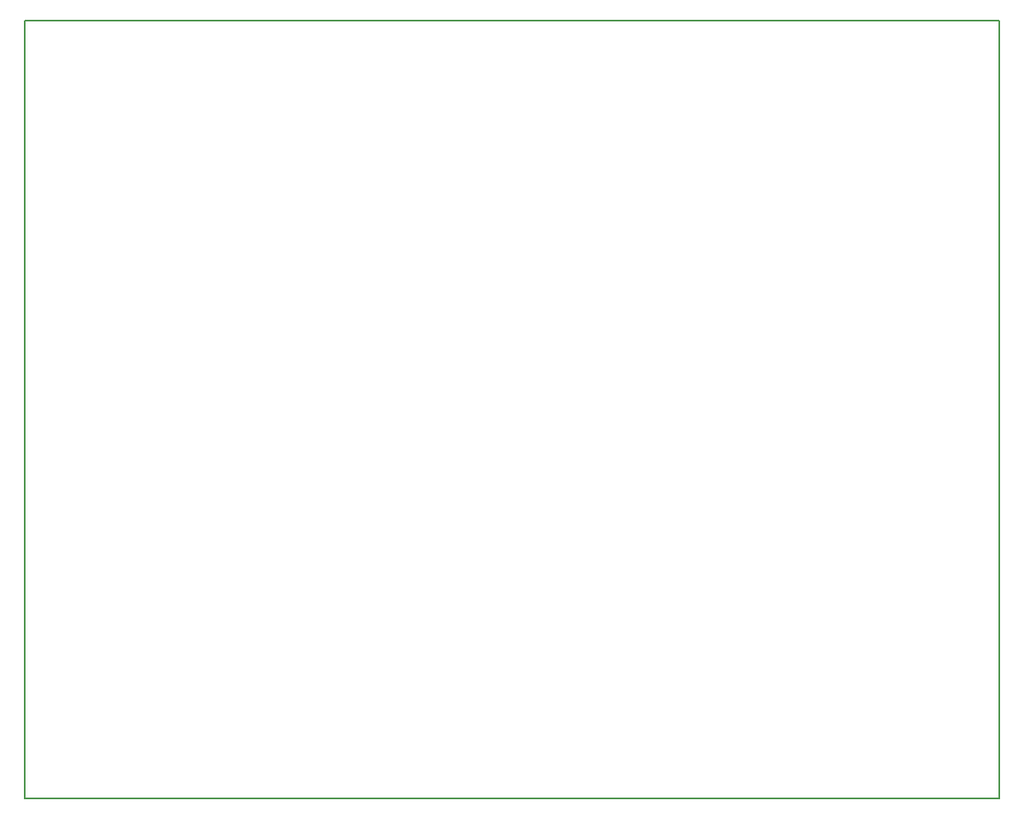
<source format=gko>
G04 #@! TF.GenerationSoftware,KiCad,Pcbnew,(2017-11-24 revision a01d81e)-master*
G04 #@! TF.CreationDate,2017-12-03T16:31:32+01:00*
G04 #@! TF.ProjectId,PWRCTRLBRD,5057524354524C4252442E6B69636164,rev?*
G04 #@! TF.SameCoordinates,Original*
G04 #@! TF.FileFunction,Profile,NP*
%FSLAX46Y46*%
G04 Gerber Fmt 4.6, Leading zero omitted, Abs format (unit mm)*
G04 Created by KiCad (PCBNEW (2017-11-24 revision a01d81e)-master) date Sunday '03en' 03. December 2017 'kl'. 16.31.32*
%MOMM*%
%LPD*%
G01*
G04 APERTURE LIST*
%ADD10C,0.150000*%
G04 APERTURE END LIST*
D10*
X115824000Y-155692000D02*
X115824000Y-75692000D01*
X215824000Y-155692000D02*
X115824000Y-155692000D01*
X215824000Y-75692000D02*
X215824000Y-155692000D01*
X115824000Y-75692000D02*
X215824000Y-75692000D01*
M02*

</source>
